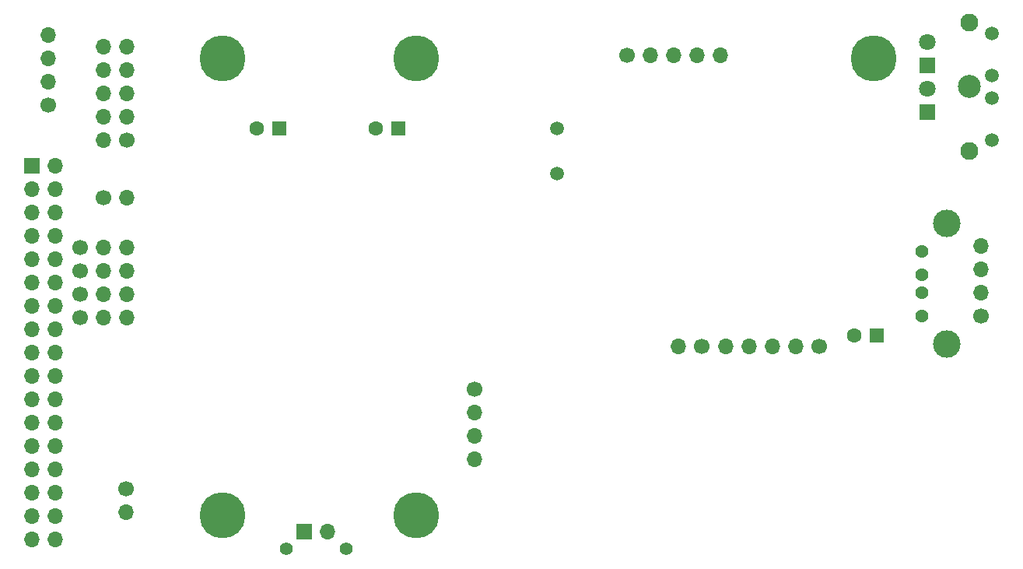
<source format=gbr>
G04 #@! TF.GenerationSoftware,KiCad,Pcbnew,(6.0.9)*
G04 #@! TF.CreationDate,2022-12-15T10:14:16-07:00*
G04 #@! TF.ProjectId,OpenFlops,4f70656e-466c-46f7-9073-2e6b69636164,1*
G04 #@! TF.SameCoordinates,PX6312cb0PY6bcb370*
G04 #@! TF.FileFunction,Soldermask,Bot*
G04 #@! TF.FilePolarity,Negative*
%FSLAX46Y46*%
G04 Gerber Fmt 4.6, Leading zero omitted, Abs format (unit mm)*
G04 Created by KiCad (PCBNEW (6.0.9)) date 2022-12-15 10:14:16*
%MOMM*%
%LPD*%
G01*
G04 APERTURE LIST*
%ADD10C,1.700000*%
%ADD11O,1.700000X1.700000*%
%ADD12C,1.600000*%
%ADD13R,1.600000X1.600000*%
%ADD14C,1.800000*%
%ADD15R,1.800000X1.800000*%
%ADD16R,1.700000X1.700000*%
%ADD17C,1.500000*%
%ADD18C,3.000000*%
%ADD19C,1.428000*%
%ADD20C,1.508000*%
%ADD21C,1.950000*%
%ADD22C,2.500000*%
%ADD23C,5.000000*%
%ADD24C,1.400000*%
G04 APERTURE END LIST*
D10*
X4114000Y5555000D03*
D11*
X4114000Y3015000D03*
D12*
X31282000Y44704000D03*
D13*
X33782000Y44704000D03*
D12*
X18328000Y44704000D03*
D13*
X20828000Y44704000D03*
D14*
X91313000Y54168000D03*
D15*
X91313000Y51628000D03*
D11*
X-3556000Y0D03*
X-6096000Y0D03*
X-3556000Y2540000D03*
X-6096000Y2540000D03*
X-3556000Y5080000D03*
X-6096000Y5080000D03*
X-3556000Y7620000D03*
X-6096000Y7620000D03*
X-3556000Y10160000D03*
X-6096000Y10160000D03*
X-3556000Y12700000D03*
X-6096000Y12700000D03*
X-3556000Y15240000D03*
X-6096000Y15240000D03*
X-3556000Y17780000D03*
X-6096000Y17780000D03*
X-3556000Y20320000D03*
X-6096000Y20320000D03*
X-3556000Y22860000D03*
X-6096000Y22860000D03*
X-3556000Y25400000D03*
X-6096000Y25400000D03*
X-3556000Y27940000D03*
X-6096000Y27940000D03*
X-3556000Y30480000D03*
X-6096000Y30480000D03*
X-3556000Y33020000D03*
X-6096000Y33020000D03*
X-3556000Y35560000D03*
X-6096000Y35560000D03*
X-3556000Y38100000D03*
X-6096000Y38100000D03*
X-3556000Y40640000D03*
D16*
X-6096000Y40640000D03*
D17*
X51054000Y39824000D03*
X51054000Y44704000D03*
D12*
X83352000Y22225000D03*
D13*
X85852000Y22225000D03*
D18*
X93451500Y21277000D03*
X93451500Y34417000D03*
D19*
X90741500Y31347000D03*
X90741500Y28847000D03*
X90741500Y26847000D03*
X90741500Y24347000D03*
D20*
X98385000Y55051000D03*
X98385000Y50501000D03*
D21*
X95885000Y56276000D03*
D22*
X95885000Y49276000D03*
D20*
X98385000Y48051000D03*
X98385000Y43501000D03*
D21*
X95885000Y42276000D03*
X95885000Y49276000D03*
D23*
X14605000Y52387500D03*
X35687000Y52387500D03*
X14605000Y2667000D03*
X35687000Y2667000D03*
X85471000Y52387500D03*
D14*
X91313000Y49022000D03*
D15*
X91313000Y46482000D03*
D24*
X28090000Y-1016000D03*
X21590000Y-1016000D03*
D11*
X68834000Y52705000D03*
X66294000Y52705000D03*
X63754000Y52705000D03*
X61214000Y52705000D03*
D10*
X58674000Y52705000D03*
D11*
X42037000Y8763000D03*
X42037000Y11303000D03*
X42037000Y13843000D03*
D10*
X42037000Y16383000D03*
D11*
X97155000Y31967000D03*
X97155000Y29427000D03*
X97155000Y26887000D03*
D10*
X97155000Y24347000D03*
D11*
X4191000Y31750000D03*
X1651000Y31750000D03*
D10*
X-889000Y31750000D03*
D11*
X4191000Y29210000D03*
X1651000Y29210000D03*
D10*
X-889000Y29210000D03*
D11*
X4191000Y26670000D03*
X1651000Y26670000D03*
D10*
X-889000Y26670000D03*
D11*
X4191000Y24130000D03*
X1651000Y24130000D03*
D10*
X-889000Y24130000D03*
D11*
X-4318000Y54864000D03*
X-4318000Y52324000D03*
X-4318000Y49784000D03*
D10*
X-4318000Y47244000D03*
D11*
X1661000Y53594000D03*
X4201000Y53594000D03*
X1661000Y51054000D03*
X4201000Y51054000D03*
X1661000Y48514000D03*
X4201000Y48514000D03*
X1661000Y45974000D03*
X4201000Y45974000D03*
X1661000Y43434000D03*
D10*
X4201000Y43434000D03*
D11*
X4191000Y37211000D03*
D10*
X1651000Y37211000D03*
D11*
X26080000Y859000D03*
D16*
X23540000Y859000D03*
D10*
X79539000Y21030000D03*
D11*
X76999000Y21030000D03*
X74459000Y21030000D03*
X71919000Y21030000D03*
X69379000Y21030000D03*
X64224000Y21030000D03*
D10*
X66764000Y21030000D03*
M02*

</source>
